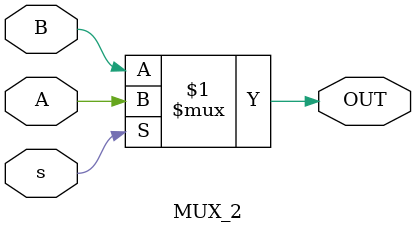
<source format=v>
module MUX_2#(parameter N = 1) (A,B,s,OUT);
	input[N - 1:0] A,B;
	input s;
	output[N - 1:0] OUT;
	assign OUT = (s)? A : B;
endmodule 

</source>
